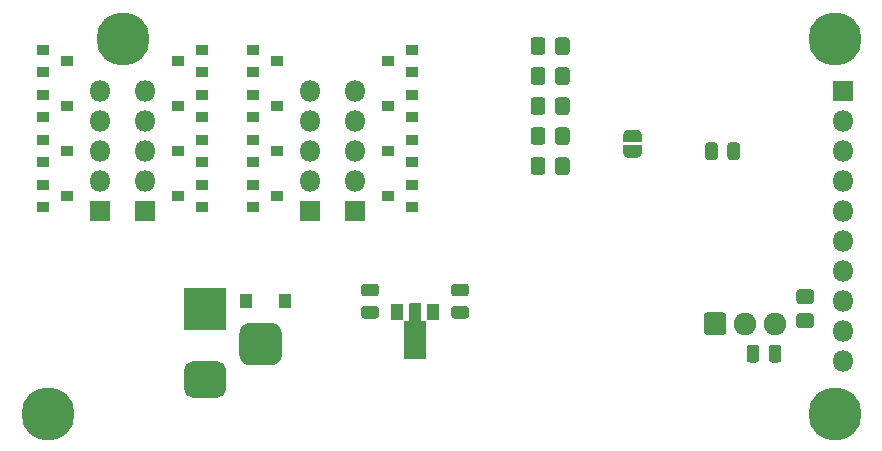
<source format=gbr>
%TF.GenerationSoftware,KiCad,Pcbnew,(5.1.6-0-10_14)*%
%TF.CreationDate,2020-11-11T01:37:45-06:00*%
%TF.ProjectId,kbxLEDController-16ch,6b62784c-4544-4436-9f6e-74726f6c6c65,rev?*%
%TF.SameCoordinates,Original*%
%TF.FileFunction,Soldermask,Bot*%
%TF.FilePolarity,Negative*%
%FSLAX46Y46*%
G04 Gerber Fmt 4.6, Leading zero omitted, Abs format (unit mm)*
G04 Created by KiCad (PCBNEW (5.1.6-0-10_14)) date 2020-11-11 01:37:45*
%MOMM*%
%LPD*%
G01*
G04 APERTURE LIST*
%ADD10C,0.100000*%
%ADD11R,1.000000X1.400000*%
%ADD12C,1.900000*%
%ADD13O,1.800000X1.800000*%
%ADD14R,1.800000X1.800000*%
%ADD15C,4.500000*%
%ADD16C,0.800000*%
%ADD17R,1.000000X0.900000*%
%ADD18R,3.600000X3.600000*%
%ADD19R,1.000000X1.300000*%
G04 APERTURE END LIST*
D10*
%TO.C,U2*%
G36*
X131090539Y-104544755D02*
G01*
X131087694Y-104554134D01*
X131083073Y-104562779D01*
X131076855Y-104570355D01*
X131069279Y-104576573D01*
X131060634Y-104581194D01*
X131051255Y-104584039D01*
X131041500Y-104585000D01*
X129308500Y-104585000D01*
X129298745Y-104584039D01*
X129289366Y-104581194D01*
X129280721Y-104576573D01*
X129273145Y-104570355D01*
X129266927Y-104562779D01*
X129262306Y-104554134D01*
X129259461Y-104544755D01*
X129258500Y-104535000D01*
X129258500Y-101410000D01*
X129259461Y-101400245D01*
X129262306Y-101390866D01*
X129266927Y-101382221D01*
X129273145Y-101374645D01*
X129280721Y-101368427D01*
X129289366Y-101363806D01*
X129298745Y-101360961D01*
X129308500Y-101360000D01*
X129675000Y-101360000D01*
X129675000Y-99935000D01*
X129675961Y-99925245D01*
X129678806Y-99915866D01*
X129683427Y-99907221D01*
X129689645Y-99899645D01*
X129697221Y-99893427D01*
X129705866Y-99888806D01*
X129715245Y-99885961D01*
X129725000Y-99885000D01*
X130625000Y-99885000D01*
X130634755Y-99885961D01*
X130644134Y-99888806D01*
X130652779Y-99893427D01*
X130660355Y-99899645D01*
X130666573Y-99907221D01*
X130671194Y-99915866D01*
X130674039Y-99925245D01*
X130675000Y-99935000D01*
X130675000Y-101360000D01*
X131041500Y-101360000D01*
X131051255Y-101360961D01*
X131060634Y-101363806D01*
X131069279Y-101368427D01*
X131076855Y-101374645D01*
X131083073Y-101382221D01*
X131087694Y-101390866D01*
X131090539Y-101400245D01*
X131091500Y-101410000D01*
X131091500Y-104535000D01*
X131090539Y-104544755D01*
G37*
D11*
X131675000Y-100585000D03*
X128675000Y-100585000D03*
%TD*%
%TO.C,C8*%
G36*
G01*
X159317500Y-103658750D02*
X159317500Y-104621250D01*
G75*
G02*
X159048750Y-104890000I-268750J0D01*
G01*
X158511250Y-104890000D01*
G75*
G02*
X158242500Y-104621250I0J268750D01*
G01*
X158242500Y-103658750D01*
G75*
G02*
X158511250Y-103390000I268750J0D01*
G01*
X159048750Y-103390000D01*
G75*
G02*
X159317500Y-103658750I0J-268750D01*
G01*
G37*
G36*
G01*
X161192500Y-103658750D02*
X161192500Y-104621250D01*
G75*
G02*
X160923750Y-104890000I-268750J0D01*
G01*
X160386250Y-104890000D01*
G75*
G02*
X160117500Y-104621250I0J268750D01*
G01*
X160117500Y-103658750D01*
G75*
G02*
X160386250Y-103390000I268750J0D01*
G01*
X160923750Y-103390000D01*
G75*
G02*
X161192500Y-103658750I0J-268750D01*
G01*
G37*
%TD*%
%TO.C,U3*%
G36*
G01*
X154625000Y-102285900D02*
X154625000Y-100914100D01*
G75*
G02*
X154889100Y-100650000I264100J0D01*
G01*
X156260900Y-100650000D01*
G75*
G02*
X156525000Y-100914100I0J-264100D01*
G01*
X156525000Y-102285900D01*
G75*
G02*
X156260900Y-102550000I-264100J0D01*
G01*
X154889100Y-102550000D01*
G75*
G02*
X154625000Y-102285900I0J264100D01*
G01*
G37*
D12*
X158115000Y-101600000D03*
X160655000Y-101600000D03*
%TD*%
D13*
%TO.C,J6*%
X166370000Y-104775000D03*
X166370000Y-102235000D03*
X166370000Y-99695000D03*
X166370000Y-97155000D03*
X166370000Y-94615000D03*
X166370000Y-92075000D03*
X166370000Y-89535000D03*
X166370000Y-86995000D03*
X166370000Y-84455000D03*
D14*
X166370000Y-81915000D03*
%TD*%
%TO.C,R5*%
G36*
G01*
X163673262Y-101980000D02*
X162716738Y-101980000D01*
G75*
G02*
X162445000Y-101708262I0J271738D01*
G01*
X162445000Y-101001738D01*
G75*
G02*
X162716738Y-100730000I271738J0D01*
G01*
X163673262Y-100730000D01*
G75*
G02*
X163945000Y-101001738I0J-271738D01*
G01*
X163945000Y-101708262D01*
G75*
G02*
X163673262Y-101980000I-271738J0D01*
G01*
G37*
G36*
G01*
X163673262Y-99930000D02*
X162716738Y-99930000D01*
G75*
G02*
X162445000Y-99658262I0J271738D01*
G01*
X162445000Y-98951738D01*
G75*
G02*
X162716738Y-98680000I271738J0D01*
G01*
X163673262Y-98680000D01*
G75*
G02*
X163945000Y-98951738I0J-271738D01*
G01*
X163945000Y-99658262D01*
G75*
G02*
X163673262Y-99930000I-271738J0D01*
G01*
G37*
%TD*%
D15*
%TO.C,H4*%
X165735000Y-109220000D03*
D16*
X167385000Y-109220000D03*
X166901726Y-110386726D03*
X165735000Y-110870000D03*
X164568274Y-110386726D03*
X164085000Y-109220000D03*
X164568274Y-108053274D03*
X165735000Y-107570000D03*
X166901726Y-108053274D03*
%TD*%
%TO.C,H3*%
X100226726Y-108053274D03*
X99060000Y-107570000D03*
X97893274Y-108053274D03*
X97410000Y-109220000D03*
X97893274Y-110386726D03*
X99060000Y-110870000D03*
X100226726Y-110386726D03*
X100710000Y-109220000D03*
D15*
X99060000Y-109220000D03*
%TD*%
D16*
%TO.C,H2*%
X166901726Y-76303274D03*
X165735000Y-75820000D03*
X164568274Y-76303274D03*
X164085000Y-77470000D03*
X164568274Y-78636726D03*
X165735000Y-79120000D03*
X166901726Y-78636726D03*
X167385000Y-77470000D03*
D15*
X165735000Y-77470000D03*
%TD*%
D16*
%TO.C,H1*%
X106576726Y-76303274D03*
X105410000Y-75820000D03*
X104243274Y-76303274D03*
X103760000Y-77470000D03*
X104243274Y-78636726D03*
X105410000Y-79120000D03*
X106576726Y-78636726D03*
X107060000Y-77470000D03*
D15*
X105410000Y-77470000D03*
%TD*%
%TO.C,R9*%
G36*
G01*
X142005000Y-83663262D02*
X142005000Y-82706738D01*
G75*
G02*
X142276738Y-82435000I271738J0D01*
G01*
X142983262Y-82435000D01*
G75*
G02*
X143255000Y-82706738I0J-271738D01*
G01*
X143255000Y-83663262D01*
G75*
G02*
X142983262Y-83935000I-271738J0D01*
G01*
X142276738Y-83935000D01*
G75*
G02*
X142005000Y-83663262I0J271738D01*
G01*
G37*
G36*
G01*
X139955000Y-83663262D02*
X139955000Y-82706738D01*
G75*
G02*
X140226738Y-82435000I271738J0D01*
G01*
X140933262Y-82435000D01*
G75*
G02*
X141205000Y-82706738I0J-271738D01*
G01*
X141205000Y-83663262D01*
G75*
G02*
X140933262Y-83935000I-271738J0D01*
G01*
X140226738Y-83935000D01*
G75*
G02*
X139955000Y-83663262I0J271738D01*
G01*
G37*
%TD*%
%TO.C,R8*%
G36*
G01*
X142005000Y-81123262D02*
X142005000Y-80166738D01*
G75*
G02*
X142276738Y-79895000I271738J0D01*
G01*
X142983262Y-79895000D01*
G75*
G02*
X143255000Y-80166738I0J-271738D01*
G01*
X143255000Y-81123262D01*
G75*
G02*
X142983262Y-81395000I-271738J0D01*
G01*
X142276738Y-81395000D01*
G75*
G02*
X142005000Y-81123262I0J271738D01*
G01*
G37*
G36*
G01*
X139955000Y-81123262D02*
X139955000Y-80166738D01*
G75*
G02*
X140226738Y-79895000I271738J0D01*
G01*
X140933262Y-79895000D01*
G75*
G02*
X141205000Y-80166738I0J-271738D01*
G01*
X141205000Y-81123262D01*
G75*
G02*
X140933262Y-81395000I-271738J0D01*
G01*
X140226738Y-81395000D01*
G75*
G02*
X139955000Y-81123262I0J271738D01*
G01*
G37*
%TD*%
%TO.C,R7*%
G36*
G01*
X142005000Y-88743262D02*
X142005000Y-87786738D01*
G75*
G02*
X142276738Y-87515000I271738J0D01*
G01*
X142983262Y-87515000D01*
G75*
G02*
X143255000Y-87786738I0J-271738D01*
G01*
X143255000Y-88743262D01*
G75*
G02*
X142983262Y-89015000I-271738J0D01*
G01*
X142276738Y-89015000D01*
G75*
G02*
X142005000Y-88743262I0J271738D01*
G01*
G37*
G36*
G01*
X139955000Y-88743262D02*
X139955000Y-87786738D01*
G75*
G02*
X140226738Y-87515000I271738J0D01*
G01*
X140933262Y-87515000D01*
G75*
G02*
X141205000Y-87786738I0J-271738D01*
G01*
X141205000Y-88743262D01*
G75*
G02*
X140933262Y-89015000I-271738J0D01*
G01*
X140226738Y-89015000D01*
G75*
G02*
X139955000Y-88743262I0J271738D01*
G01*
G37*
%TD*%
%TO.C,R6*%
G36*
G01*
X142005000Y-86203262D02*
X142005000Y-85246738D01*
G75*
G02*
X142276738Y-84975000I271738J0D01*
G01*
X142983262Y-84975000D01*
G75*
G02*
X143255000Y-85246738I0J-271738D01*
G01*
X143255000Y-86203262D01*
G75*
G02*
X142983262Y-86475000I-271738J0D01*
G01*
X142276738Y-86475000D01*
G75*
G02*
X142005000Y-86203262I0J271738D01*
G01*
G37*
G36*
G01*
X139955000Y-86203262D02*
X139955000Y-85246738D01*
G75*
G02*
X140226738Y-84975000I271738J0D01*
G01*
X140933262Y-84975000D01*
G75*
G02*
X141205000Y-85246738I0J-271738D01*
G01*
X141205000Y-86203262D01*
G75*
G02*
X140933262Y-86475000I-271738J0D01*
G01*
X140226738Y-86475000D01*
G75*
G02*
X139955000Y-86203262I0J271738D01*
G01*
G37*
%TD*%
%TO.C,R4*%
G36*
G01*
X142005000Y-78583262D02*
X142005000Y-77626738D01*
G75*
G02*
X142276738Y-77355000I271738J0D01*
G01*
X142983262Y-77355000D01*
G75*
G02*
X143255000Y-77626738I0J-271738D01*
G01*
X143255000Y-78583262D01*
G75*
G02*
X142983262Y-78855000I-271738J0D01*
G01*
X142276738Y-78855000D01*
G75*
G02*
X142005000Y-78583262I0J271738D01*
G01*
G37*
G36*
G01*
X139955000Y-78583262D02*
X139955000Y-77626738D01*
G75*
G02*
X140226738Y-77355000I271738J0D01*
G01*
X140933262Y-77355000D01*
G75*
G02*
X141205000Y-77626738I0J-271738D01*
G01*
X141205000Y-78583262D01*
G75*
G02*
X140933262Y-78855000I-271738J0D01*
G01*
X140226738Y-78855000D01*
G75*
G02*
X139955000Y-78583262I0J271738D01*
G01*
G37*
%TD*%
D17*
%TO.C,Q16*%
X129905000Y-78425000D03*
X129905000Y-80325000D03*
X127905000Y-79375000D03*
%TD*%
%TO.C,Q12*%
X116475000Y-80325000D03*
X116475000Y-78425000D03*
X118475000Y-79375000D03*
%TD*%
%TO.C,Q8*%
X110125000Y-79375000D03*
X112125000Y-80325000D03*
X112125000Y-78425000D03*
%TD*%
%TO.C,Q4*%
X100695000Y-79375000D03*
X98695000Y-78425000D03*
X98695000Y-80325000D03*
%TD*%
%TO.C,Q15*%
X129905000Y-82235000D03*
X129905000Y-84135000D03*
X127905000Y-83185000D03*
%TD*%
%TO.C,Q11*%
X116475000Y-84135000D03*
X116475000Y-82235000D03*
X118475000Y-83185000D03*
%TD*%
%TO.C,Q7*%
X110125000Y-83185000D03*
X112125000Y-84135000D03*
X112125000Y-82235000D03*
%TD*%
%TO.C,Q3*%
X100695000Y-83185000D03*
X98695000Y-82235000D03*
X98695000Y-84135000D03*
%TD*%
%TO.C,Q14*%
X129905000Y-86045000D03*
X129905000Y-87945000D03*
X127905000Y-86995000D03*
%TD*%
%TO.C,Q10*%
X116475000Y-87945000D03*
X116475000Y-86045000D03*
X118475000Y-86995000D03*
%TD*%
%TO.C,Q6*%
X110125000Y-86995000D03*
X112125000Y-87945000D03*
X112125000Y-86045000D03*
%TD*%
%TO.C,Q2*%
X100695000Y-86995000D03*
X98695000Y-86045000D03*
X98695000Y-87945000D03*
%TD*%
%TO.C,Q13*%
X129905000Y-89855000D03*
X129905000Y-91755000D03*
X127905000Y-90805000D03*
%TD*%
%TO.C,Q9*%
X116475000Y-91755000D03*
X116475000Y-89855000D03*
X118475000Y-90805000D03*
%TD*%
%TO.C,Q5*%
X110125000Y-90805000D03*
X112125000Y-91755000D03*
X112125000Y-89855000D03*
%TD*%
%TO.C,Q1*%
X100695000Y-90805000D03*
X98695000Y-89855000D03*
X98695000Y-91755000D03*
%TD*%
D10*
%TO.C,JP1*%
G36*
X149389039Y-86219755D02*
G01*
X149386194Y-86229134D01*
X149381573Y-86237779D01*
X149375355Y-86245355D01*
X149367779Y-86251573D01*
X149359134Y-86256194D01*
X149349755Y-86259039D01*
X149340000Y-86260000D01*
X147840000Y-86260000D01*
X147830245Y-86259039D01*
X147820866Y-86256194D01*
X147812221Y-86251573D01*
X147804645Y-86245355D01*
X147798427Y-86237779D01*
X147793806Y-86229134D01*
X147790961Y-86219755D01*
X147790000Y-86210000D01*
X147790000Y-85710000D01*
X147790602Y-85703889D01*
X147790602Y-85685466D01*
X147790843Y-85680565D01*
X147795653Y-85631734D01*
X147796373Y-85626881D01*
X147805945Y-85578756D01*
X147807137Y-85573995D01*
X147821381Y-85527040D01*
X147823034Y-85522421D01*
X147841811Y-85477088D01*
X147843909Y-85472651D01*
X147867040Y-85429378D01*
X147869562Y-85425171D01*
X147896822Y-85384372D01*
X147899746Y-85380430D01*
X147930874Y-85342501D01*
X147934169Y-85338866D01*
X147968866Y-85304169D01*
X147972501Y-85300874D01*
X148010430Y-85269746D01*
X148014372Y-85266822D01*
X148055171Y-85239562D01*
X148059378Y-85237040D01*
X148102651Y-85213909D01*
X148107088Y-85211811D01*
X148152421Y-85193034D01*
X148157040Y-85191381D01*
X148203995Y-85177137D01*
X148208756Y-85175945D01*
X148256881Y-85166373D01*
X148261734Y-85165653D01*
X148310565Y-85160843D01*
X148315466Y-85160602D01*
X148333889Y-85160602D01*
X148340000Y-85160000D01*
X148840000Y-85160000D01*
X148846111Y-85160602D01*
X148864534Y-85160602D01*
X148869435Y-85160843D01*
X148918266Y-85165653D01*
X148923119Y-85166373D01*
X148971244Y-85175945D01*
X148976005Y-85177137D01*
X149022960Y-85191381D01*
X149027579Y-85193034D01*
X149072912Y-85211811D01*
X149077349Y-85213909D01*
X149120622Y-85237040D01*
X149124829Y-85239562D01*
X149165628Y-85266822D01*
X149169570Y-85269746D01*
X149207499Y-85300874D01*
X149211134Y-85304169D01*
X149245831Y-85338866D01*
X149249126Y-85342501D01*
X149280254Y-85380430D01*
X149283178Y-85384372D01*
X149310438Y-85425171D01*
X149312960Y-85429378D01*
X149336091Y-85472651D01*
X149338189Y-85477088D01*
X149356966Y-85522421D01*
X149358619Y-85527040D01*
X149372863Y-85573995D01*
X149374055Y-85578756D01*
X149383627Y-85626881D01*
X149384347Y-85631734D01*
X149389157Y-85680565D01*
X149389398Y-85685466D01*
X149389398Y-85703889D01*
X149390000Y-85710000D01*
X149390000Y-86210000D01*
X149389039Y-86219755D01*
G37*
G36*
X149389398Y-87016111D02*
G01*
X149389398Y-87034534D01*
X149389157Y-87039435D01*
X149384347Y-87088266D01*
X149383627Y-87093119D01*
X149374055Y-87141244D01*
X149372863Y-87146005D01*
X149358619Y-87192960D01*
X149356966Y-87197579D01*
X149338189Y-87242912D01*
X149336091Y-87247349D01*
X149312960Y-87290622D01*
X149310438Y-87294829D01*
X149283178Y-87335628D01*
X149280254Y-87339570D01*
X149249126Y-87377499D01*
X149245831Y-87381134D01*
X149211134Y-87415831D01*
X149207499Y-87419126D01*
X149169570Y-87450254D01*
X149165628Y-87453178D01*
X149124829Y-87480438D01*
X149120622Y-87482960D01*
X149077349Y-87506091D01*
X149072912Y-87508189D01*
X149027579Y-87526966D01*
X149022960Y-87528619D01*
X148976005Y-87542863D01*
X148971244Y-87544055D01*
X148923119Y-87553627D01*
X148918266Y-87554347D01*
X148869435Y-87559157D01*
X148864534Y-87559398D01*
X148846111Y-87559398D01*
X148840000Y-87560000D01*
X148340000Y-87560000D01*
X148333889Y-87559398D01*
X148315466Y-87559398D01*
X148310565Y-87559157D01*
X148261734Y-87554347D01*
X148256881Y-87553627D01*
X148208756Y-87544055D01*
X148203995Y-87542863D01*
X148157040Y-87528619D01*
X148152421Y-87526966D01*
X148107088Y-87508189D01*
X148102651Y-87506091D01*
X148059378Y-87482960D01*
X148055171Y-87480438D01*
X148014372Y-87453178D01*
X148010430Y-87450254D01*
X147972501Y-87419126D01*
X147968866Y-87415831D01*
X147934169Y-87381134D01*
X147930874Y-87377499D01*
X147899746Y-87339570D01*
X147896822Y-87335628D01*
X147869562Y-87294829D01*
X147867040Y-87290622D01*
X147843909Y-87247349D01*
X147841811Y-87242912D01*
X147823034Y-87197579D01*
X147821381Y-87192960D01*
X147807137Y-87146005D01*
X147805945Y-87141244D01*
X147796373Y-87093119D01*
X147795653Y-87088266D01*
X147790843Y-87039435D01*
X147790602Y-87034534D01*
X147790602Y-87016111D01*
X147790000Y-87010000D01*
X147790000Y-86510000D01*
X147790961Y-86500245D01*
X147793806Y-86490866D01*
X147798427Y-86482221D01*
X147804645Y-86474645D01*
X147812221Y-86468427D01*
X147820866Y-86463806D01*
X147830245Y-86460961D01*
X147840000Y-86460000D01*
X149340000Y-86460000D01*
X149349755Y-86460961D01*
X149359134Y-86463806D01*
X149367779Y-86468427D01*
X149375355Y-86474645D01*
X149381573Y-86482221D01*
X149386194Y-86490866D01*
X149389039Y-86500245D01*
X149390000Y-86510000D01*
X149390000Y-87010000D01*
X149389398Y-87016111D01*
G37*
%TD*%
D14*
%TO.C,J4*%
X125095000Y-92075000D03*
D13*
X125095000Y-89535000D03*
X125095000Y-86995000D03*
X125095000Y-84455000D03*
X125095000Y-81915000D03*
%TD*%
D14*
%TO.C,J3*%
X121285000Y-92075000D03*
D13*
X121285000Y-89535000D03*
X121285000Y-86995000D03*
X121285000Y-84455000D03*
X121285000Y-81915000D03*
%TD*%
%TO.C,J2*%
X107315000Y-81915000D03*
X107315000Y-84455000D03*
X107315000Y-86995000D03*
X107315000Y-89535000D03*
D14*
X107315000Y-92075000D03*
%TD*%
D13*
%TO.C,J1*%
X103505000Y-81915000D03*
X103505000Y-84455000D03*
X103505000Y-86995000D03*
X103505000Y-89535000D03*
D14*
X103505000Y-92075000D03*
%TD*%
D18*
%TO.C,J5*%
X112395000Y-100330000D03*
G36*
G01*
X113420000Y-107880000D02*
X111370000Y-107880000D01*
G75*
G02*
X110595000Y-107105000I0J775000D01*
G01*
X110595000Y-105555000D01*
G75*
G02*
X111370000Y-104780000I775000J0D01*
G01*
X113420000Y-104780000D01*
G75*
G02*
X114195000Y-105555000I0J-775000D01*
G01*
X114195000Y-107105000D01*
G75*
G02*
X113420000Y-107880000I-775000J0D01*
G01*
G37*
G36*
G01*
X117995000Y-105130000D02*
X116195000Y-105130000D01*
G75*
G02*
X115295000Y-104230000I0J900000D01*
G01*
X115295000Y-102430000D01*
G75*
G02*
X116195000Y-101530000I900000J0D01*
G01*
X117995000Y-101530000D01*
G75*
G02*
X118895000Y-102430000I0J-900000D01*
G01*
X118895000Y-104230000D01*
G75*
G02*
X117995000Y-105130000I-900000J0D01*
G01*
G37*
%TD*%
D19*
%TO.C,D1*%
X115825000Y-99695000D03*
X119125000Y-99695000D03*
%TD*%
%TO.C,C5*%
G36*
G01*
X134466250Y-101170000D02*
X133503750Y-101170000D01*
G75*
G02*
X133235000Y-100901250I0J268750D01*
G01*
X133235000Y-100363750D01*
G75*
G02*
X133503750Y-100095000I268750J0D01*
G01*
X134466250Y-100095000D01*
G75*
G02*
X134735000Y-100363750I0J-268750D01*
G01*
X134735000Y-100901250D01*
G75*
G02*
X134466250Y-101170000I-268750J0D01*
G01*
G37*
G36*
G01*
X134466250Y-99295000D02*
X133503750Y-99295000D01*
G75*
G02*
X133235000Y-99026250I0J268750D01*
G01*
X133235000Y-98488750D01*
G75*
G02*
X133503750Y-98220000I268750J0D01*
G01*
X134466250Y-98220000D01*
G75*
G02*
X134735000Y-98488750I0J-268750D01*
G01*
X134735000Y-99026250D01*
G75*
G02*
X134466250Y-99295000I-268750J0D01*
G01*
G37*
%TD*%
%TO.C,C4*%
G36*
G01*
X126846250Y-101170000D02*
X125883750Y-101170000D01*
G75*
G02*
X125615000Y-100901250I0J268750D01*
G01*
X125615000Y-100363750D01*
G75*
G02*
X125883750Y-100095000I268750J0D01*
G01*
X126846250Y-100095000D01*
G75*
G02*
X127115000Y-100363750I0J-268750D01*
G01*
X127115000Y-100901250D01*
G75*
G02*
X126846250Y-101170000I-268750J0D01*
G01*
G37*
G36*
G01*
X126846250Y-99295000D02*
X125883750Y-99295000D01*
G75*
G02*
X125615000Y-99026250I0J268750D01*
G01*
X125615000Y-98488750D01*
G75*
G02*
X125883750Y-98220000I268750J0D01*
G01*
X126846250Y-98220000D01*
G75*
G02*
X127115000Y-98488750I0J-268750D01*
G01*
X127115000Y-99026250D01*
G75*
G02*
X126846250Y-99295000I-268750J0D01*
G01*
G37*
%TD*%
%TO.C,C7*%
G36*
G01*
X156610000Y-87476250D02*
X156610000Y-86513750D01*
G75*
G02*
X156878750Y-86245000I268750J0D01*
G01*
X157416250Y-86245000D01*
G75*
G02*
X157685000Y-86513750I0J-268750D01*
G01*
X157685000Y-87476250D01*
G75*
G02*
X157416250Y-87745000I-268750J0D01*
G01*
X156878750Y-87745000D01*
G75*
G02*
X156610000Y-87476250I0J268750D01*
G01*
G37*
G36*
G01*
X154735000Y-87476250D02*
X154735000Y-86513750D01*
G75*
G02*
X155003750Y-86245000I268750J0D01*
G01*
X155541250Y-86245000D01*
G75*
G02*
X155810000Y-86513750I0J-268750D01*
G01*
X155810000Y-87476250D01*
G75*
G02*
X155541250Y-87745000I-268750J0D01*
G01*
X155003750Y-87745000D01*
G75*
G02*
X154735000Y-87476250I0J268750D01*
G01*
G37*
%TD*%
M02*

</source>
